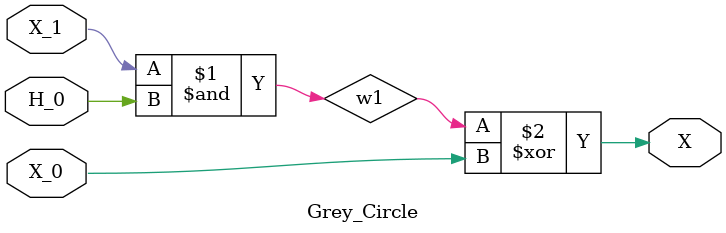
<source format=v>
module Grey_Circle(
    output X,
    input X_0,H_0,X_1
);

wire w1;
and GC1 (w1,X_1,H_0);
xor GC2 (X,w1,X_0);

endmodule
</source>
